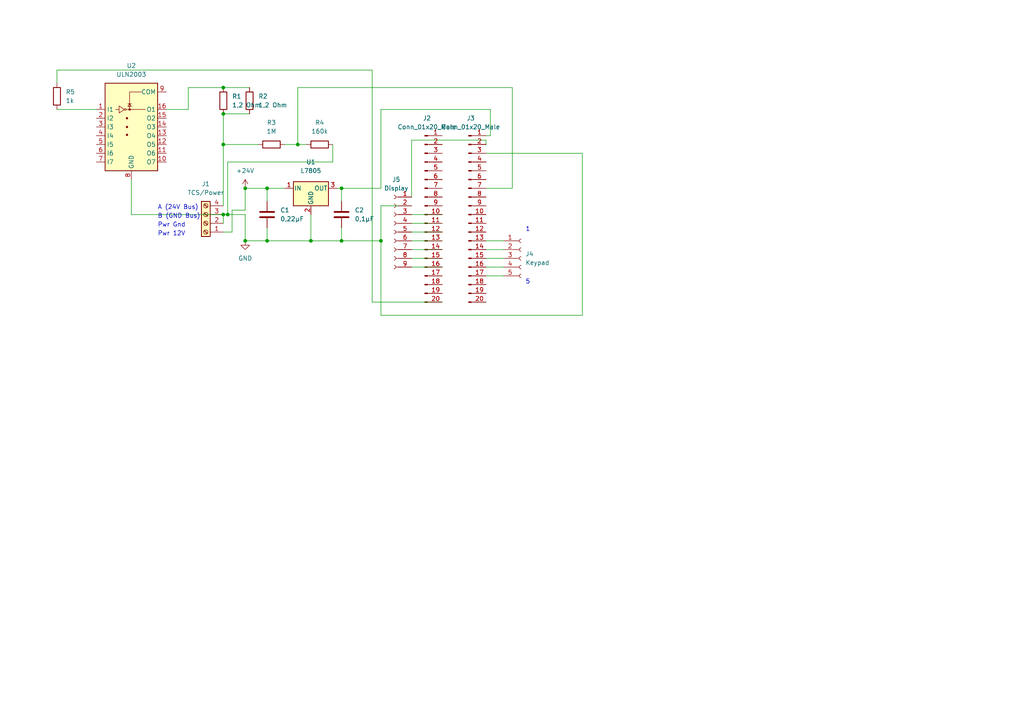
<source format=kicad_sch>
(kicad_sch (version 20211123) (generator eeschema)

  (uuid edcb1de5-d292-429a-a863-131d19b76a56)

  (paper "A4")

  (lib_symbols
    (symbol "Connector:Conn_01x05_Female" (pin_names (offset 1.016) hide) (in_bom yes) (on_board yes)
      (property "Reference" "J" (id 0) (at 0 7.62 0)
        (effects (font (size 1.27 1.27)))
      )
      (property "Value" "Conn_01x05_Female" (id 1) (at 0 -7.62 0)
        (effects (font (size 1.27 1.27)))
      )
      (property "Footprint" "" (id 2) (at 0 0 0)
        (effects (font (size 1.27 1.27)) hide)
      )
      (property "Datasheet" "~" (id 3) (at 0 0 0)
        (effects (font (size 1.27 1.27)) hide)
      )
      (property "ki_keywords" "connector" (id 4) (at 0 0 0)
        (effects (font (size 1.27 1.27)) hide)
      )
      (property "ki_description" "Generic connector, single row, 01x05, script generated (kicad-library-utils/schlib/autogen/connector/)" (id 5) (at 0 0 0)
        (effects (font (size 1.27 1.27)) hide)
      )
      (property "ki_fp_filters" "Connector*:*_1x??_*" (id 6) (at 0 0 0)
        (effects (font (size 1.27 1.27)) hide)
      )
      (symbol "Conn_01x05_Female_1_1"
        (arc (start 0 -4.572) (mid -0.508 -5.08) (end 0 -5.588)
          (stroke (width 0.1524) (type default) (color 0 0 0 0))
          (fill (type none))
        )
        (arc (start 0 -2.032) (mid -0.508 -2.54) (end 0 -3.048)
          (stroke (width 0.1524) (type default) (color 0 0 0 0))
          (fill (type none))
        )
        (polyline
          (pts
            (xy -1.27 -5.08)
            (xy -0.508 -5.08)
          )
          (stroke (width 0.1524) (type default) (color 0 0 0 0))
          (fill (type none))
        )
        (polyline
          (pts
            (xy -1.27 -2.54)
            (xy -0.508 -2.54)
          )
          (stroke (width 0.1524) (type default) (color 0 0 0 0))
          (fill (type none))
        )
        (polyline
          (pts
            (xy -1.27 0)
            (xy -0.508 0)
          )
          (stroke (width 0.1524) (type default) (color 0 0 0 0))
          (fill (type none))
        )
        (polyline
          (pts
            (xy -1.27 2.54)
            (xy -0.508 2.54)
          )
          (stroke (width 0.1524) (type default) (color 0 0 0 0))
          (fill (type none))
        )
        (polyline
          (pts
            (xy -1.27 5.08)
            (xy -0.508 5.08)
          )
          (stroke (width 0.1524) (type default) (color 0 0 0 0))
          (fill (type none))
        )
        (arc (start 0 0.508) (mid -0.508 0) (end 0 -0.508)
          (stroke (width 0.1524) (type default) (color 0 0 0 0))
          (fill (type none))
        )
        (arc (start 0 3.048) (mid -0.508 2.54) (end 0 2.032)
          (stroke (width 0.1524) (type default) (color 0 0 0 0))
          (fill (type none))
        )
        (arc (start 0 5.588) (mid -0.508 5.08) (end 0 4.572)
          (stroke (width 0.1524) (type default) (color 0 0 0 0))
          (fill (type none))
        )
        (pin passive line (at -5.08 5.08 0) (length 3.81)
          (name "Pin_1" (effects (font (size 1.27 1.27))))
          (number "1" (effects (font (size 1.27 1.27))))
        )
        (pin passive line (at -5.08 2.54 0) (length 3.81)
          (name "Pin_2" (effects (font (size 1.27 1.27))))
          (number "2" (effects (font (size 1.27 1.27))))
        )
        (pin passive line (at -5.08 0 0) (length 3.81)
          (name "Pin_3" (effects (font (size 1.27 1.27))))
          (number "3" (effects (font (size 1.27 1.27))))
        )
        (pin passive line (at -5.08 -2.54 0) (length 3.81)
          (name "Pin_4" (effects (font (size 1.27 1.27))))
          (number "4" (effects (font (size 1.27 1.27))))
        )
        (pin passive line (at -5.08 -5.08 0) (length 3.81)
          (name "Pin_5" (effects (font (size 1.27 1.27))))
          (number "5" (effects (font (size 1.27 1.27))))
        )
      )
    )
    (symbol "Connector:Conn_01x09_Female" (pin_names (offset 1.016) hide) (in_bom yes) (on_board yes)
      (property "Reference" "J" (id 0) (at 0 12.7 0)
        (effects (font (size 1.27 1.27)))
      )
      (property "Value" "Conn_01x09_Female" (id 1) (at 0 -12.7 0)
        (effects (font (size 1.27 1.27)))
      )
      (property "Footprint" "" (id 2) (at 0 0 0)
        (effects (font (size 1.27 1.27)) hide)
      )
      (property "Datasheet" "~" (id 3) (at 0 0 0)
        (effects (font (size 1.27 1.27)) hide)
      )
      (property "ki_keywords" "connector" (id 4) (at 0 0 0)
        (effects (font (size 1.27 1.27)) hide)
      )
      (property "ki_description" "Generic connector, single row, 01x09, script generated (kicad-library-utils/schlib/autogen/connector/)" (id 5) (at 0 0 0)
        (effects (font (size 1.27 1.27)) hide)
      )
      (property "ki_fp_filters" "Connector*:*_1x??_*" (id 6) (at 0 0 0)
        (effects (font (size 1.27 1.27)) hide)
      )
      (symbol "Conn_01x09_Female_1_1"
        (arc (start 0 -9.652) (mid -0.508 -10.16) (end 0 -10.668)
          (stroke (width 0.1524) (type default) (color 0 0 0 0))
          (fill (type none))
        )
        (arc (start 0 -7.112) (mid -0.508 -7.62) (end 0 -8.128)
          (stroke (width 0.1524) (type default) (color 0 0 0 0))
          (fill (type none))
        )
        (arc (start 0 -4.572) (mid -0.508 -5.08) (end 0 -5.588)
          (stroke (width 0.1524) (type default) (color 0 0 0 0))
          (fill (type none))
        )
        (arc (start 0 -2.032) (mid -0.508 -2.54) (end 0 -3.048)
          (stroke (width 0.1524) (type default) (color 0 0 0 0))
          (fill (type none))
        )
        (polyline
          (pts
            (xy -1.27 -10.16)
            (xy -0.508 -10.16)
          )
          (stroke (width 0.1524) (type default) (color 0 0 0 0))
          (fill (type none))
        )
        (polyline
          (pts
            (xy -1.27 -7.62)
            (xy -0.508 -7.62)
          )
          (stroke (width 0.1524) (type default) (color 0 0 0 0))
          (fill (type none))
        )
        (polyline
          (pts
            (xy -1.27 -5.08)
            (xy -0.508 -5.08)
          )
          (stroke (width 0.1524) (type default) (color 0 0 0 0))
          (fill (type none))
        )
        (polyline
          (pts
            (xy -1.27 -2.54)
            (xy -0.508 -2.54)
          )
          (stroke (width 0.1524) (type default) (color 0 0 0 0))
          (fill (type none))
        )
        (polyline
          (pts
            (xy -1.27 0)
            (xy -0.508 0)
          )
          (stroke (width 0.1524) (type default) (color 0 0 0 0))
          (fill (type none))
        )
        (polyline
          (pts
            (xy -1.27 2.54)
            (xy -0.508 2.54)
          )
          (stroke (width 0.1524) (type default) (color 0 0 0 0))
          (fill (type none))
        )
        (polyline
          (pts
            (xy -1.27 5.08)
            (xy -0.508 5.08)
          )
          (stroke (width 0.1524) (type default) (color 0 0 0 0))
          (fill (type none))
        )
        (polyline
          (pts
            (xy -1.27 7.62)
            (xy -0.508 7.62)
          )
          (stroke (width 0.1524) (type default) (color 0 0 0 0))
          (fill (type none))
        )
        (polyline
          (pts
            (xy -1.27 10.16)
            (xy -0.508 10.16)
          )
          (stroke (width 0.1524) (type default) (color 0 0 0 0))
          (fill (type none))
        )
        (arc (start 0 0.508) (mid -0.508 0) (end 0 -0.508)
          (stroke (width 0.1524) (type default) (color 0 0 0 0))
          (fill (type none))
        )
        (arc (start 0 3.048) (mid -0.508 2.54) (end 0 2.032)
          (stroke (width 0.1524) (type default) (color 0 0 0 0))
          (fill (type none))
        )
        (arc (start 0 5.588) (mid -0.508 5.08) (end 0 4.572)
          (stroke (width 0.1524) (type default) (color 0 0 0 0))
          (fill (type none))
        )
        (arc (start 0 8.128) (mid -0.508 7.62) (end 0 7.112)
          (stroke (width 0.1524) (type default) (color 0 0 0 0))
          (fill (type none))
        )
        (arc (start 0 10.668) (mid -0.508 10.16) (end 0 9.652)
          (stroke (width 0.1524) (type default) (color 0 0 0 0))
          (fill (type none))
        )
        (pin passive line (at -5.08 10.16 0) (length 3.81)
          (name "Pin_1" (effects (font (size 1.27 1.27))))
          (number "1" (effects (font (size 1.27 1.27))))
        )
        (pin passive line (at -5.08 7.62 0) (length 3.81)
          (name "Pin_2" (effects (font (size 1.27 1.27))))
          (number "2" (effects (font (size 1.27 1.27))))
        )
        (pin passive line (at -5.08 5.08 0) (length 3.81)
          (name "Pin_3" (effects (font (size 1.27 1.27))))
          (number "3" (effects (font (size 1.27 1.27))))
        )
        (pin passive line (at -5.08 2.54 0) (length 3.81)
          (name "Pin_4" (effects (font (size 1.27 1.27))))
          (number "4" (effects (font (size 1.27 1.27))))
        )
        (pin passive line (at -5.08 0 0) (length 3.81)
          (name "Pin_5" (effects (font (size 1.27 1.27))))
          (number "5" (effects (font (size 1.27 1.27))))
        )
        (pin passive line (at -5.08 -2.54 0) (length 3.81)
          (name "Pin_6" (effects (font (size 1.27 1.27))))
          (number "6" (effects (font (size 1.27 1.27))))
        )
        (pin passive line (at -5.08 -5.08 0) (length 3.81)
          (name "Pin_7" (effects (font (size 1.27 1.27))))
          (number "7" (effects (font (size 1.27 1.27))))
        )
        (pin passive line (at -5.08 -7.62 0) (length 3.81)
          (name "Pin_8" (effects (font (size 1.27 1.27))))
          (number "8" (effects (font (size 1.27 1.27))))
        )
        (pin passive line (at -5.08 -10.16 0) (length 3.81)
          (name "Pin_9" (effects (font (size 1.27 1.27))))
          (number "9" (effects (font (size 1.27 1.27))))
        )
      )
    )
    (symbol "Connector:Conn_01x20_Male" (pin_names (offset 1.016) hide) (in_bom yes) (on_board yes)
      (property "Reference" "J" (id 0) (at 0 25.4 0)
        (effects (font (size 1.27 1.27)))
      )
      (property "Value" "Conn_01x20_Male" (id 1) (at 0 -27.94 0)
        (effects (font (size 1.27 1.27)))
      )
      (property "Footprint" "" (id 2) (at 0 0 0)
        (effects (font (size 1.27 1.27)) hide)
      )
      (property "Datasheet" "~" (id 3) (at 0 0 0)
        (effects (font (size 1.27 1.27)) hide)
      )
      (property "ki_keywords" "connector" (id 4) (at 0 0 0)
        (effects (font (size 1.27 1.27)) hide)
      )
      (property "ki_description" "Generic connector, single row, 01x20, script generated (kicad-library-utils/schlib/autogen/connector/)" (id 5) (at 0 0 0)
        (effects (font (size 1.27 1.27)) hide)
      )
      (property "ki_fp_filters" "Connector*:*_1x??_*" (id 6) (at 0 0 0)
        (effects (font (size 1.27 1.27)) hide)
      )
      (symbol "Conn_01x20_Male_1_1"
        (polyline
          (pts
            (xy 1.27 -25.4)
            (xy 0.8636 -25.4)
          )
          (stroke (width 0.1524) (type default) (color 0 0 0 0))
          (fill (type none))
        )
        (polyline
          (pts
            (xy 1.27 -22.86)
            (xy 0.8636 -22.86)
          )
          (stroke (width 0.1524) (type default) (color 0 0 0 0))
          (fill (type none))
        )
        (polyline
          (pts
            (xy 1.27 -20.32)
            (xy 0.8636 -20.32)
          )
          (stroke (width 0.1524) (type default) (color 0 0 0 0))
          (fill (type none))
        )
        (polyline
          (pts
            (xy 1.27 -17.78)
            (xy 0.8636 -17.78)
          )
          (stroke (width 0.1524) (type default) (color 0 0 0 0))
          (fill (type none))
        )
        (polyline
          (pts
            (xy 1.27 -15.24)
            (xy 0.8636 -15.24)
          )
          (stroke (width 0.1524) (type default) (color 0 0 0 0))
          (fill (type none))
        )
        (polyline
          (pts
            (xy 1.27 -12.7)
            (xy 0.8636 -12.7)
          )
          (stroke (width 0.1524) (type default) (color 0 0 0 0))
          (fill (type none))
        )
        (polyline
          (pts
            (xy 1.27 -10.16)
            (xy 0.8636 -10.16)
          )
          (stroke (width 0.1524) (type default) (color 0 0 0 0))
          (fill (type none))
        )
        (polyline
          (pts
            (xy 1.27 -7.62)
            (xy 0.8636 -7.62)
          )
          (stroke (width 0.1524) (type default) (color 0 0 0 0))
          (fill (type none))
        )
        (polyline
          (pts
            (xy 1.27 -5.08)
            (xy 0.8636 -5.08)
          )
          (stroke (width 0.1524) (type default) (color 0 0 0 0))
          (fill (type none))
        )
        (polyline
          (pts
            (xy 1.27 -2.54)
            (xy 0.8636 -2.54)
          )
          (stroke (width 0.1524) (type default) (color 0 0 0 0))
          (fill (type none))
        )
        (polyline
          (pts
            (xy 1.27 0)
            (xy 0.8636 0)
          )
          (stroke (width 0.1524) (type default) (color 0 0 0 0))
          (fill (type none))
        )
        (polyline
          (pts
            (xy 1.27 2.54)
            (xy 0.8636 2.54)
          )
          (stroke (width 0.1524) (type default) (color 0 0 0 0))
          (fill (type none))
        )
        (polyline
          (pts
            (xy 1.27 5.08)
            (xy 0.8636 5.08)
          )
          (stroke (width 0.1524) (type default) (color 0 0 0 0))
          (fill (type none))
        )
        (polyline
          (pts
            (xy 1.27 7.62)
            (xy 0.8636 7.62)
          )
          (stroke (width 0.1524) (type default) (color 0 0 0 0))
          (fill (type none))
        )
        (polyline
          (pts
            (xy 1.27 10.16)
            (xy 0.8636 10.16)
          )
          (stroke (width 0.1524) (type default) (color 0 0 0 0))
          (fill (type none))
        )
        (polyline
          (pts
            (xy 1.27 12.7)
            (xy 0.8636 12.7)
          )
          (stroke (width 0.1524) (type default) (color 0 0 0 0))
          (fill (type none))
        )
        (polyline
          (pts
            (xy 1.27 15.24)
            (xy 0.8636 15.24)
          )
          (stroke (width 0.1524) (type default) (color 0 0 0 0))
          (fill (type none))
        )
        (polyline
          (pts
            (xy 1.27 17.78)
            (xy 0.8636 17.78)
          )
          (stroke (width 0.1524) (type default) (color 0 0 0 0))
          (fill (type none))
        )
        (polyline
          (pts
            (xy 1.27 20.32)
            (xy 0.8636 20.32)
          )
          (stroke (width 0.1524) (type default) (color 0 0 0 0))
          (fill (type none))
        )
        (polyline
          (pts
            (xy 1.27 22.86)
            (xy 0.8636 22.86)
          )
          (stroke (width 0.1524) (type default) (color 0 0 0 0))
          (fill (type none))
        )
        (rectangle (start 0.8636 -25.273) (end 0 -25.527)
          (stroke (width 0.1524) (type default) (color 0 0 0 0))
          (fill (type outline))
        )
        (rectangle (start 0.8636 -22.733) (end 0 -22.987)
          (stroke (width 0.1524) (type default) (color 0 0 0 0))
          (fill (type outline))
        )
        (rectangle (start 0.8636 -20.193) (end 0 -20.447)
          (stroke (width 0.1524) (type default) (color 0 0 0 0))
          (fill (type outline))
        )
        (rectangle (start 0.8636 -17.653) (end 0 -17.907)
          (stroke (width 0.1524) (type default) (color 0 0 0 0))
          (fill (type outline))
        )
        (rectangle (start 0.8636 -15.113) (end 0 -15.367)
          (stroke (width 0.1524) (type default) (color 0 0 0 0))
          (fill (type outline))
        )
        (rectangle (start 0.8636 -12.573) (end 0 -12.827)
          (stroke (width 0.1524) (type default) (color 0 0 0 0))
          (fill (type outline))
        )
        (rectangle (start 0.8636 -10.033) (end 0 -10.287)
          (stroke (width 0.1524) (type default) (color 0 0 0 0))
          (fill (type outline))
        )
        (rectangle (start 0.8636 -7.493) (end 0 -7.747)
          (stroke (width 0.1524) (type default) (color 0 0 0 0))
          (fill (type outline))
        )
        (rectangle (start 0.8636 -4.953) (end 0 -5.207)
          (stroke (width 0.1524) (type default) (color 0 0 0 0))
          (fill (type outline))
        )
        (rectangle (start 0.8636 -2.413) (end 0 -2.667)
          (stroke (width 0.1524) (type default) (color 0 0 0 0))
          (fill (type outline))
        )
        (rectangle (start 0.8636 0.127) (end 0 -0.127)
          (stroke (width 0.1524) (type default) (color 0 0 0 0))
          (fill (type outline))
        )
        (rectangle (start 0.8636 2.667) (end 0 2.413)
          (stroke (width 0.1524) (type default) (color 0 0 0 0))
          (fill (type outline))
        )
        (rectangle (start 0.8636 5.207) (end 0 4.953)
          (stroke (width 0.1524) (type default) (color 0 0 0 0))
          (fill (type outline))
        )
        (rectangle (start 0.8636 7.747) (end 0 7.493)
          (stroke (width 0.1524) (type default) (color 0 0 0 0))
          (fill (type outline))
        )
        (rectangle (start 0.8636 10.287) (end 0 10.033)
          (stroke (width 0.1524) (type default) (color 0 0 0 0))
          (fill (type outline))
        )
        (rectangle (start 0.8636 12.827) (end 0 12.573)
          (stroke (width 0.1524) (type default) (color 0 0 0 0))
          (fill (type outline))
        )
        (rectangle (start 0.8636 15.367) (end 0 15.113)
          (stroke (width 0.1524) (type default) (color 0 0 0 0))
          (fill (type outline))
        )
        (rectangle (start 0.8636 17.907) (end 0 17.653)
          (stroke (width 0.1524) (type default) (color 0 0 0 0))
          (fill (type outline))
        )
        (rectangle (start 0.8636 20.447) (end 0 20.193)
          (stroke (width 0.1524) (type default) (color 0 0 0 0))
          (fill (type outline))
        )
        (rectangle (start 0.8636 22.987) (end 0 22.733)
          (stroke (width 0.1524) (type default) (color 0 0 0 0))
          (fill (type outline))
        )
        (pin passive line (at 5.08 22.86 180) (length 3.81)
          (name "Pin_1" (effects (font (size 1.27 1.27))))
          (number "1" (effects (font (size 1.27 1.27))))
        )
        (pin passive line (at 5.08 0 180) (length 3.81)
          (name "Pin_10" (effects (font (size 1.27 1.27))))
          (number "10" (effects (font (size 1.27 1.27))))
        )
        (pin passive line (at 5.08 -2.54 180) (length 3.81)
          (name "Pin_11" (effects (font (size 1.27 1.27))))
          (number "11" (effects (font (size 1.27 1.27))))
        )
        (pin passive line (at 5.08 -5.08 180) (length 3.81)
          (name "Pin_12" (effects (font (size 1.27 1.27))))
          (number "12" (effects (font (size 1.27 1.27))))
        )
        (pin passive line (at 5.08 -7.62 180) (length 3.81)
          (name "Pin_13" (effects (font (size 1.27 1.27))))
          (number "13" (effects (font (size 1.27 1.27))))
        )
        (pin passive line (at 5.08 -10.16 180) (length 3.81)
          (name "Pin_14" (effects (font (size 1.27 1.27))))
          (number "14" (effects (font (size 1.27 1.27))))
        )
        (pin passive line (at 5.08 -12.7 180) (length 3.81)
          (name "Pin_15" (effects (font (size 1.27 1.27))))
          (number "15" (effects (font (size 1.27 1.27))))
        )
        (pin passive line (at 5.08 -15.24 180) (length 3.81)
          (name "Pin_16" (effects (font (size 1.27 1.27))))
          (number "16" (effects (font (size 1.27 1.27))))
        )
        (pin passive line (at 5.08 -17.78 180) (length 3.81)
          (name "Pin_17" (effects (font (size 1.27 1.27))))
          (number "17" (effects (font (size 1.27 1.27))))
        )
        (pin passive line (at 5.08 -20.32 180) (length 3.81)
          (name "Pin_18" (effects (font (size 1.27 1.27))))
          (number "18" (effects (font (size 1.27 1.27))))
        )
        (pin passive line (at 5.08 -22.86 180) (length 3.81)
          (name "Pin_19" (effects (font (size 1.27 1.27))))
          (number "19" (effects (font (size 1.27 1.27))))
        )
        (pin passive line (at 5.08 20.32 180) (length 3.81)
          (name "Pin_2" (effects (font (size 1.27 1.27))))
          (number "2" (effects (font (size 1.27 1.27))))
        )
        (pin passive line (at 5.08 -25.4 180) (length 3.81)
          (name "Pin_20" (effects (font (size 1.27 1.27))))
          (number "20" (effects (font (size 1.27 1.27))))
        )
        (pin passive line (at 5.08 17.78 180) (length 3.81)
          (name "Pin_3" (effects (font (size 1.27 1.27))))
          (number "3" (effects (font (size 1.27 1.27))))
        )
        (pin passive line (at 5.08 15.24 180) (length 3.81)
          (name "Pin_4" (effects (font (size 1.27 1.27))))
          (number "4" (effects (font (size 1.27 1.27))))
        )
        (pin passive line (at 5.08 12.7 180) (length 3.81)
          (name "Pin_5" (effects (font (size 1.27 1.27))))
          (number "5" (effects (font (size 1.27 1.27))))
        )
        (pin passive line (at 5.08 10.16 180) (length 3.81)
          (name "Pin_6" (effects (font (size 1.27 1.27))))
          (number "6" (effects (font (size 1.27 1.27))))
        )
        (pin passive line (at 5.08 7.62 180) (length 3.81)
          (name "Pin_7" (effects (font (size 1.27 1.27))))
          (number "7" (effects (font (size 1.27 1.27))))
        )
        (pin passive line (at 5.08 5.08 180) (length 3.81)
          (name "Pin_8" (effects (font (size 1.27 1.27))))
          (number "8" (effects (font (size 1.27 1.27))))
        )
        (pin passive line (at 5.08 2.54 180) (length 3.81)
          (name "Pin_9" (effects (font (size 1.27 1.27))))
          (number "9" (effects (font (size 1.27 1.27))))
        )
      )
    )
    (symbol "Connector:Screw_Terminal_01x04" (pin_names (offset 1.016) hide) (in_bom yes) (on_board yes)
      (property "Reference" "J" (id 0) (at 0 5.08 0)
        (effects (font (size 1.27 1.27)))
      )
      (property "Value" "Screw_Terminal_01x04" (id 1) (at 0 -7.62 0)
        (effects (font (size 1.27 1.27)))
      )
      (property "Footprint" "" (id 2) (at 0 0 0)
        (effects (font (size 1.27 1.27)) hide)
      )
      (property "Datasheet" "~" (id 3) (at 0 0 0)
        (effects (font (size 1.27 1.27)) hide)
      )
      (property "ki_keywords" "screw terminal" (id 4) (at 0 0 0)
        (effects (font (size 1.27 1.27)) hide)
      )
      (property "ki_description" "Generic screw terminal, single row, 01x04, script generated (kicad-library-utils/schlib/autogen/connector/)" (id 5) (at 0 0 0)
        (effects (font (size 1.27 1.27)) hide)
      )
      (property "ki_fp_filters" "TerminalBlock*:*" (id 6) (at 0 0 0)
        (effects (font (size 1.27 1.27)) hide)
      )
      (symbol "Screw_Terminal_01x04_1_1"
        (rectangle (start -1.27 3.81) (end 1.27 -6.35)
          (stroke (width 0.254) (type default) (color 0 0 0 0))
          (fill (type background))
        )
        (circle (center 0 -5.08) (radius 0.635)
          (stroke (width 0.1524) (type default) (color 0 0 0 0))
          (fill (type none))
        )
        (circle (center 0 -2.54) (radius 0.635)
          (stroke (width 0.1524) (type default) (color 0 0 0 0))
          (fill (type none))
        )
        (polyline
          (pts
            (xy -0.5334 -4.7498)
            (xy 0.3302 -5.588)
          )
          (stroke (width 0.1524) (type default) (color 0 0 0 0))
          (fill (type none))
        )
        (polyline
          (pts
            (xy -0.5334 -2.2098)
            (xy 0.3302 -3.048)
          )
          (stroke (width 0.1524) (type default) (color 0 0 0 0))
          (fill (type none))
        )
        (polyline
          (pts
            (xy -0.5334 0.3302)
            (xy 0.3302 -0.508)
          )
          (stroke (width 0.1524) (type default) (color 0 0 0 0))
          (fill (type none))
        )
        (polyline
          (pts
            (xy -0.5334 2.8702)
            (xy 0.3302 2.032)
          )
          (stroke (width 0.1524) (type default) (color 0 0 0 0))
          (fill (type none))
        )
        (polyline
          (pts
            (xy -0.3556 -4.572)
            (xy 0.508 -5.4102)
          )
          (stroke (width 0.1524) (type default) (color 0 0 0 0))
          (fill (type none))
        )
        (polyline
          (pts
            (xy -0.3556 -2.032)
            (xy 0.508 -2.8702)
          )
          (stroke (width 0.1524) (type default) (color 0 0 0 0))
          (fill (type none))
        )
        (polyline
          (pts
            (xy -0.3556 0.508)
            (xy 0.508 -0.3302)
          )
          (stroke (width 0.1524) (type default) (color 0 0 0 0))
          (fill (type none))
        )
        (polyline
          (pts
            (xy -0.3556 3.048)
            (xy 0.508 2.2098)
          )
          (stroke (width 0.1524) (type default) (color 0 0 0 0))
          (fill (type none))
        )
        (circle (center 0 0) (radius 0.635)
          (stroke (width 0.1524) (type default) (color 0 0 0 0))
          (fill (type none))
        )
        (circle (center 0 2.54) (radius 0.635)
          (stroke (width 0.1524) (type default) (color 0 0 0 0))
          (fill (type none))
        )
        (pin passive line (at -5.08 2.54 0) (length 3.81)
          (name "Pin_1" (effects (font (size 1.27 1.27))))
          (number "1" (effects (font (size 1.27 1.27))))
        )
        (pin passive line (at -5.08 0 0) (length 3.81)
          (name "Pin_2" (effects (font (size 1.27 1.27))))
          (number "2" (effects (font (size 1.27 1.27))))
        )
        (pin passive line (at -5.08 -2.54 0) (length 3.81)
          (name "Pin_3" (effects (font (size 1.27 1.27))))
          (number "3" (effects (font (size 1.27 1.27))))
        )
        (pin passive line (at -5.08 -5.08 0) (length 3.81)
          (name "Pin_4" (effects (font (size 1.27 1.27))))
          (number "4" (effects (font (size 1.27 1.27))))
        )
      )
    )
    (symbol "Device:C" (pin_numbers hide) (pin_names (offset 0.254)) (in_bom yes) (on_board yes)
      (property "Reference" "C" (id 0) (at 0.635 2.54 0)
        (effects (font (size 1.27 1.27)) (justify left))
      )
      (property "Value" "C" (id 1) (at 0.635 -2.54 0)
        (effects (font (size 1.27 1.27)) (justify left))
      )
      (property "Footprint" "" (id 2) (at 0.9652 -3.81 0)
        (effects (font (size 1.27 1.27)) hide)
      )
      (property "Datasheet" "~" (id 3) (at 0 0 0)
        (effects (font (size 1.27 1.27)) hide)
      )
      (property "ki_keywords" "cap capacitor" (id 4) (at 0 0 0)
        (effects (font (size 1.27 1.27)) hide)
      )
      (property "ki_description" "Unpolarized capacitor" (id 5) (at 0 0 0)
        (effects (font (size 1.27 1.27)) hide)
      )
      (property "ki_fp_filters" "C_*" (id 6) (at 0 0 0)
        (effects (font (size 1.27 1.27)) hide)
      )
      (symbol "C_0_1"
        (polyline
          (pts
            (xy -2.032 -0.762)
            (xy 2.032 -0.762)
          )
          (stroke (width 0.508) (type default) (color 0 0 0 0))
          (fill (type none))
        )
        (polyline
          (pts
            (xy -2.032 0.762)
            (xy 2.032 0.762)
          )
          (stroke (width 0.508) (type default) (color 0 0 0 0))
          (fill (type none))
        )
      )
      (symbol "C_1_1"
        (pin passive line (at 0 3.81 270) (length 2.794)
          (name "~" (effects (font (size 1.27 1.27))))
          (number "1" (effects (font (size 1.27 1.27))))
        )
        (pin passive line (at 0 -3.81 90) (length 2.794)
          (name "~" (effects (font (size 1.27 1.27))))
          (number "2" (effects (font (size 1.27 1.27))))
        )
      )
    )
    (symbol "Device:R" (pin_numbers hide) (pin_names (offset 0)) (in_bom yes) (on_board yes)
      (property "Reference" "R" (id 0) (at 2.032 0 90)
        (effects (font (size 1.27 1.27)))
      )
      (property "Value" "R" (id 1) (at 0 0 90)
        (effects (font (size 1.27 1.27)))
      )
      (property "Footprint" "" (id 2) (at -1.778 0 90)
        (effects (font (size 1.27 1.27)) hide)
      )
      (property "Datasheet" "~" (id 3) (at 0 0 0)
        (effects (font (size 1.27 1.27)) hide)
      )
      (property "ki_keywords" "R res resistor" (id 4) (at 0 0 0)
        (effects (font (size 1.27 1.27)) hide)
      )
      (property "ki_description" "Resistor" (id 5) (at 0 0 0)
        (effects (font (size 1.27 1.27)) hide)
      )
      (property "ki_fp_filters" "R_*" (id 6) (at 0 0 0)
        (effects (font (size 1.27 1.27)) hide)
      )
      (symbol "R_0_1"
        (rectangle (start -1.016 -2.54) (end 1.016 2.54)
          (stroke (width 0.254) (type default) (color 0 0 0 0))
          (fill (type none))
        )
      )
      (symbol "R_1_1"
        (pin passive line (at 0 3.81 270) (length 1.27)
          (name "~" (effects (font (size 1.27 1.27))))
          (number "1" (effects (font (size 1.27 1.27))))
        )
        (pin passive line (at 0 -3.81 90) (length 1.27)
          (name "~" (effects (font (size 1.27 1.27))))
          (number "2" (effects (font (size 1.27 1.27))))
        )
      )
    )
    (symbol "Regulator_Linear:L7805" (pin_names (offset 0.254)) (in_bom yes) (on_board yes)
      (property "Reference" "U" (id 0) (at -3.81 3.175 0)
        (effects (font (size 1.27 1.27)))
      )
      (property "Value" "L7805" (id 1) (at 0 3.175 0)
        (effects (font (size 1.27 1.27)) (justify left))
      )
      (property "Footprint" "" (id 2) (at 0.635 -3.81 0)
        (effects (font (size 1.27 1.27) italic) (justify left) hide)
      )
      (property "Datasheet" "http://www.st.com/content/ccc/resource/technical/document/datasheet/41/4f/b3/b0/12/d4/47/88/CD00000444.pdf/files/CD00000444.pdf/jcr:content/translations/en.CD00000444.pdf" (id 3) (at 0 -1.27 0)
        (effects (font (size 1.27 1.27)) hide)
      )
      (property "ki_keywords" "Voltage Regulator 1.5A Positive" (id 4) (at 0 0 0)
        (effects (font (size 1.27 1.27)) hide)
      )
      (property "ki_description" "Positive 1.5A 35V Linear Regulator, Fixed Output 5V, TO-220/TO-263/TO-252" (id 5) (at 0 0 0)
        (effects (font (size 1.27 1.27)) hide)
      )
      (property "ki_fp_filters" "TO?252* TO?263* TO?220*" (id 6) (at 0 0 0)
        (effects (font (size 1.27 1.27)) hide)
      )
      (symbol "L7805_0_1"
        (rectangle (start -5.08 1.905) (end 5.08 -5.08)
          (stroke (width 0.254) (type default) (color 0 0 0 0))
          (fill (type background))
        )
      )
      (symbol "L7805_1_1"
        (pin power_in line (at -7.62 0 0) (length 2.54)
          (name "IN" (effects (font (size 1.27 1.27))))
          (number "1" (effects (font (size 1.27 1.27))))
        )
        (pin power_in line (at 0 -7.62 90) (length 2.54)
          (name "GND" (effects (font (size 1.27 1.27))))
          (number "2" (effects (font (size 1.27 1.27))))
        )
        (pin power_out line (at 7.62 0 180) (length 2.54)
          (name "OUT" (effects (font (size 1.27 1.27))))
          (number "3" (effects (font (size 1.27 1.27))))
        )
      )
    )
    (symbol "Transistor_Array:ULN2003" (in_bom yes) (on_board yes)
      (property "Reference" "U" (id 0) (at 0 15.875 0)
        (effects (font (size 1.27 1.27)))
      )
      (property "Value" "ULN2003" (id 1) (at 0 13.97 0)
        (effects (font (size 1.27 1.27)))
      )
      (property "Footprint" "" (id 2) (at 1.27 -13.97 0)
        (effects (font (size 1.27 1.27)) (justify left) hide)
      )
      (property "Datasheet" "http://www.ti.com/lit/ds/symlink/uln2003a.pdf" (id 3) (at 2.54 -5.08 0)
        (effects (font (size 1.27 1.27)) hide)
      )
      (property "ki_keywords" "darlington transistor array" (id 4) (at 0 0 0)
        (effects (font (size 1.27 1.27)) hide)
      )
      (property "ki_description" "High Voltage, High Current Darlington Transistor Arrays, SOIC16/SOIC16W/DIP16/TSSOP16" (id 5) (at 0 0 0)
        (effects (font (size 1.27 1.27)) hide)
      )
      (property "ki_fp_filters" "DIP*W7.62mm* SOIC*3.9x9.9mm*P1.27mm* SSOP*4.4x5.2mm*P0.65mm* TSSOP*4.4x5mm*P0.65mm* SOIC*W*5.3x10.2mm*P1.27mm*" (id 6) (at 0 0 0)
        (effects (font (size 1.27 1.27)) hide)
      )
      (symbol "ULN2003_0_1"
        (rectangle (start -7.62 -12.7) (end 7.62 12.7)
          (stroke (width 0.254) (type default) (color 0 0 0 0))
          (fill (type background))
        )
        (circle (center -1.778 5.08) (radius 0.254)
          (stroke (width 0) (type default) (color 0 0 0 0))
          (fill (type none))
        )
        (circle (center -1.27 -2.286) (radius 0.254)
          (stroke (width 0) (type default) (color 0 0 0 0))
          (fill (type outline))
        )
        (circle (center -1.27 0) (radius 0.254)
          (stroke (width 0) (type default) (color 0 0 0 0))
          (fill (type outline))
        )
        (circle (center -1.27 2.54) (radius 0.254)
          (stroke (width 0) (type default) (color 0 0 0 0))
          (fill (type outline))
        )
        (circle (center -0.508 5.08) (radius 0.254)
          (stroke (width 0) (type default) (color 0 0 0 0))
          (fill (type outline))
        )
        (polyline
          (pts
            (xy -4.572 5.08)
            (xy -3.556 5.08)
          )
          (stroke (width 0) (type default) (color 0 0 0 0))
          (fill (type none))
        )
        (polyline
          (pts
            (xy -1.524 5.08)
            (xy 4.064 5.08)
          )
          (stroke (width 0) (type default) (color 0 0 0 0))
          (fill (type none))
        )
        (polyline
          (pts
            (xy 0 6.731)
            (xy -1.016 6.731)
          )
          (stroke (width 0) (type default) (color 0 0 0 0))
          (fill (type none))
        )
        (polyline
          (pts
            (xy -0.508 5.08)
            (xy -0.508 10.16)
            (xy 2.921 10.16)
          )
          (stroke (width 0) (type default) (color 0 0 0 0))
          (fill (type none))
        )
        (polyline
          (pts
            (xy -3.556 6.096)
            (xy -3.556 4.064)
            (xy -2.032 5.08)
            (xy -3.556 6.096)
          )
          (stroke (width 0) (type default) (color 0 0 0 0))
          (fill (type none))
        )
        (polyline
          (pts
            (xy 0 5.969)
            (xy -1.016 5.969)
            (xy -0.508 6.731)
            (xy 0 5.969)
          )
          (stroke (width 0) (type default) (color 0 0 0 0))
          (fill (type none))
        )
      )
      (symbol "ULN2003_1_1"
        (pin input line (at -10.16 5.08 0) (length 2.54)
          (name "I1" (effects (font (size 1.27 1.27))))
          (number "1" (effects (font (size 1.27 1.27))))
        )
        (pin open_collector line (at 10.16 -10.16 180) (length 2.54)
          (name "O7" (effects (font (size 1.27 1.27))))
          (number "10" (effects (font (size 1.27 1.27))))
        )
        (pin open_collector line (at 10.16 -7.62 180) (length 2.54)
          (name "O6" (effects (font (size 1.27 1.27))))
          (number "11" (effects (font (size 1.27 1.27))))
        )
        (pin open_collector line (at 10.16 -5.08 180) (length 2.54)
          (name "O5" (effects (font (size 1.27 1.27))))
          (number "12" (effects (font (size 1.27 1.27))))
        )
        (pin open_collector line (at 10.16 -2.54 180) (length 2.54)
          (name "O4" (effects (font (size 1.27 1.27))))
          (number "13" (effects (font (size 1.27 1.27))))
        )
        (pin open_collector line (at 10.16 0 180) (length 2.54)
          (name "O3" (effects (font (size 1.27 1.27))))
          (number "14" (effects (font (size 1.27 1.27))))
        )
        (pin open_collector line (at 10.16 2.54 180) (length 2.54)
          (name "O2" (effects (font (size 1.27 1.27))))
          (number "15" (effects (font (size 1.27 1.27))))
        )
        (pin open_collector line (at 10.16 5.08 180) (length 2.54)
          (name "O1" (effects (font (size 1.27 1.27))))
          (number "16" (effects (font (size 1.27 1.27))))
        )
        (pin input line (at -10.16 2.54 0) (length 2.54)
          (name "I2" (effects (font (size 1.27 1.27))))
          (number "2" (effects (font (size 1.27 1.27))))
        )
        (pin input line (at -10.16 0 0) (length 2.54)
          (name "I3" (effects (font (size 1.27 1.27))))
          (number "3" (effects (font (size 1.27 1.27))))
        )
        (pin input line (at -10.16 -2.54 0) (length 2.54)
          (name "I4" (effects (font (size 1.27 1.27))))
          (number "4" (effects (font (size 1.27 1.27))))
        )
        (pin input line (at -10.16 -5.08 0) (length 2.54)
          (name "I5" (effects (font (size 1.27 1.27))))
          (number "5" (effects (font (size 1.27 1.27))))
        )
        (pin input line (at -10.16 -7.62 0) (length 2.54)
          (name "I6" (effects (font (size 1.27 1.27))))
          (number "6" (effects (font (size 1.27 1.27))))
        )
        (pin input line (at -10.16 -10.16 0) (length 2.54)
          (name "I7" (effects (font (size 1.27 1.27))))
          (number "7" (effects (font (size 1.27 1.27))))
        )
        (pin power_in line (at 0 -15.24 90) (length 2.54)
          (name "GND" (effects (font (size 1.27 1.27))))
          (number "8" (effects (font (size 1.27 1.27))))
        )
        (pin passive line (at 10.16 10.16 180) (length 2.54)
          (name "COM" (effects (font (size 1.27 1.27))))
          (number "9" (effects (font (size 1.27 1.27))))
        )
      )
    )
    (symbol "power:+24V" (power) (pin_names (offset 0)) (in_bom yes) (on_board yes)
      (property "Reference" "#PWR" (id 0) (at 0 -3.81 0)
        (effects (font (size 1.27 1.27)) hide)
      )
      (property "Value" "+24V" (id 1) (at 0 3.556 0)
        (effects (font (size 1.27 1.27)))
      )
      (property "Footprint" "" (id 2) (at 0 0 0)
        (effects (font (size 1.27 1.27)) hide)
      )
      (property "Datasheet" "" (id 3) (at 0 0 0)
        (effects (font (size 1.27 1.27)) hide)
      )
      (property "ki_keywords" "power-flag" (id 4) (at 0 0 0)
        (effects (font (size 1.27 1.27)) hide)
      )
      (property "ki_description" "Power symbol creates a global label with name \"+24V\"" (id 5) (at 0 0 0)
        (effects (font (size 1.27 1.27)) hide)
      )
      (symbol "+24V_0_1"
        (polyline
          (pts
            (xy -0.762 1.27)
            (xy 0 2.54)
          )
          (stroke (width 0) (type default) (color 0 0 0 0))
          (fill (type none))
        )
        (polyline
          (pts
            (xy 0 0)
            (xy 0 2.54)
          )
          (stroke (width 0) (type default) (color 0 0 0 0))
          (fill (type none))
        )
        (polyline
          (pts
            (xy 0 2.54)
            (xy 0.762 1.27)
          )
          (stroke (width 0) (type default) (color 0 0 0 0))
          (fill (type none))
        )
      )
      (symbol "+24V_1_1"
        (pin power_in line (at 0 0 90) (length 0) hide
          (name "+24V" (effects (font (size 1.27 1.27))))
          (number "1" (effects (font (size 1.27 1.27))))
        )
      )
    )
    (symbol "power:GND" (power) (pin_names (offset 0)) (in_bom yes) (on_board yes)
      (property "Reference" "#PWR" (id 0) (at 0 -6.35 0)
        (effects (font (size 1.27 1.27)) hide)
      )
      (property "Value" "GND" (id 1) (at 0 -3.81 0)
        (effects (font (size 1.27 1.27)))
      )
      (property "Footprint" "" (id 2) (at 0 0 0)
        (effects (font (size 1.27 1.27)) hide)
      )
      (property "Datasheet" "" (id 3) (at 0 0 0)
        (effects (font (size 1.27 1.27)) hide)
      )
      (property "ki_keywords" "power-flag" (id 4) (at 0 0 0)
        (effects (font (size 1.27 1.27)) hide)
      )
      (property "ki_description" "Power symbol creates a global label with name \"GND\" , ground" (id 5) (at 0 0 0)
        (effects (font (size 1.27 1.27)) hide)
      )
      (symbol "GND_0_1"
        (polyline
          (pts
            (xy 0 0)
            (xy 0 -1.27)
            (xy 1.27 -1.27)
            (xy 0 -2.54)
            (xy -1.27 -1.27)
            (xy 0 -1.27)
          )
          (stroke (width 0) (type default) (color 0 0 0 0))
          (fill (type none))
        )
      )
      (symbol "GND_1_1"
        (pin power_in line (at 0 0 270) (length 0) hide
          (name "GND" (effects (font (size 1.27 1.27))))
          (number "1" (effects (font (size 1.27 1.27))))
        )
      )
    )
  )

  (junction (at 86.36 41.91) (diameter 0) (color 0 0 0 0)
    (uuid 06dc767a-e97c-4064-915e-1e7d39e37dbb)
  )
  (junction (at 90.17 69.85) (diameter 0) (color 0 0 0 0)
    (uuid 2453ab01-e4f6-4749-8024-d8e10411f338)
  )
  (junction (at 64.77 25.4) (diameter 0) (color 0 0 0 0)
    (uuid 70efb4f5-69af-48fe-b046-547ab2fc5655)
  )
  (junction (at 71.12 54.61) (diameter 0) (color 0 0 0 0)
    (uuid 8d237dfe-4949-44a4-9c40-e74fe57e1a21)
  )
  (junction (at 99.06 54.61) (diameter 0) (color 0 0 0 0)
    (uuid 8d52c249-b889-49ab-9e44-09a048c74589)
  )
  (junction (at 71.12 69.85) (diameter 0) (color 0 0 0 0)
    (uuid 9297f86c-81ea-4ee2-a864-fd4da16dc094)
  )
  (junction (at 77.47 69.85) (diameter 0) (color 0 0 0 0)
    (uuid 97a9ae37-63f9-4707-b802-221808dcb939)
  )
  (junction (at 64.77 33.02) (diameter 0) (color 0 0 0 0)
    (uuid 97fe93b2-736b-4917-bd76-31588c38b16f)
  )
  (junction (at 66.04 62.23) (diameter 0) (color 0 0 0 0)
    (uuid ab0a1b26-d2fd-4786-83d9-518c20a65b63)
  )
  (junction (at 110.49 69.85) (diameter 0) (color 0 0 0 0)
    (uuid c4d07328-8310-427a-aacc-b729091775a2)
  )
  (junction (at 99.06 69.85) (diameter 0) (color 0 0 0 0)
    (uuid cb494419-2814-415d-b196-fca5cdd5b6ae)
  )
  (junction (at 64.77 41.91) (diameter 0) (color 0 0 0 0)
    (uuid cd984973-cfdf-40ef-8926-2bbe107768de)
  )
  (junction (at 77.47 54.61) (diameter 0) (color 0 0 0 0)
    (uuid ce8015b5-2462-4f86-82c9-6241e869932e)
  )
  (junction (at 64.77 62.23) (diameter 0) (color 0 0 0 0)
    (uuid dd1b4b6a-f5b6-4678-bf09-26ba5b01d545)
  )

  (wire (pts (xy 38.1 52.07) (xy 38.1 62.23))
    (stroke (width 0) (type default) (color 0 0 0 0))
    (uuid 0945a266-d746-4ff3-9167-9d425622f05c)
  )
  (wire (pts (xy 142.24 31.75) (xy 142.24 39.37))
    (stroke (width 0) (type default) (color 0 0 0 0))
    (uuid 0e8e64dc-46a9-4cd9-89cd-88c7eaec9644)
  )
  (wire (pts (xy 119.38 57.15) (xy 119.38 40.64))
    (stroke (width 0) (type default) (color 0 0 0 0))
    (uuid 101a8b54-dc26-4961-8ffd-b1373248a659)
  )
  (wire (pts (xy 110.49 31.75) (xy 142.24 31.75))
    (stroke (width 0) (type default) (color 0 0 0 0))
    (uuid 10fe2e75-fd80-4708-8da3-c57e21c816eb)
  )
  (wire (pts (xy 119.38 59.69) (xy 110.49 59.69))
    (stroke (width 0) (type default) (color 0 0 0 0))
    (uuid 1ce3fd16-4c79-482f-9ec3-36766e284e49)
  )
  (wire (pts (xy 82.55 41.91) (xy 86.36 41.91))
    (stroke (width 0) (type default) (color 0 0 0 0))
    (uuid 222319ae-2023-4fd8-a305-c6e2dd096a0a)
  )
  (wire (pts (xy 110.49 69.85) (xy 99.06 69.85))
    (stroke (width 0) (type default) (color 0 0 0 0))
    (uuid 2a7c244d-3d80-4040-99ac-f8c8c9ef971d)
  )
  (wire (pts (xy 119.38 69.85) (xy 128.27 69.85))
    (stroke (width 0) (type default) (color 0 0 0 0))
    (uuid 2f40ccd6-8e84-41a5-8b06-e2bf6bd53158)
  )
  (wire (pts (xy 96.52 46.99) (xy 66.04 46.99))
    (stroke (width 0) (type default) (color 0 0 0 0))
    (uuid 34ef3244-d857-4f8b-9597-5d9c3a2ca3a6)
  )
  (wire (pts (xy 140.97 69.85) (xy 146.05 69.85))
    (stroke (width 0) (type default) (color 0 0 0 0))
    (uuid 3c9ca97f-228d-41b3-b788-915144302091)
  )
  (wire (pts (xy 90.17 62.23) (xy 90.17 69.85))
    (stroke (width 0) (type default) (color 0 0 0 0))
    (uuid 3d994778-ed47-4dfd-8e38-8ba266b7bb5d)
  )
  (wire (pts (xy 142.24 39.37) (xy 140.97 39.37))
    (stroke (width 0) (type default) (color 0 0 0 0))
    (uuid 3f57a6b7-afa0-4e4a-ab62-dc58e4343210)
  )
  (wire (pts (xy 90.17 69.85) (xy 77.47 69.85))
    (stroke (width 0) (type default) (color 0 0 0 0))
    (uuid 3f8f7cca-7232-4ba0-9f49-7d27f330e9de)
  )
  (wire (pts (xy 66.04 46.99) (xy 66.04 62.23))
    (stroke (width 0) (type default) (color 0 0 0 0))
    (uuid 4708f886-d6b4-467c-989c-e77893fb1054)
  )
  (wire (pts (xy 66.04 62.23) (xy 71.12 62.23))
    (stroke (width 0) (type default) (color 0 0 0 0))
    (uuid 47aab019-8586-4f5c-a6b9-e3b937563bf9)
  )
  (wire (pts (xy 64.77 33.02) (xy 72.39 33.02))
    (stroke (width 0) (type default) (color 0 0 0 0))
    (uuid 5a0c6365-2fd1-4884-8e62-b57add9a828d)
  )
  (wire (pts (xy 71.12 54.61) (xy 71.12 60.96))
    (stroke (width 0) (type default) (color 0 0 0 0))
    (uuid 5d710728-5dc7-4220-81f0-c06ef861b730)
  )
  (wire (pts (xy 119.38 62.23) (xy 128.27 62.23))
    (stroke (width 0) (type default) (color 0 0 0 0))
    (uuid 5da15fcd-ce8e-48a1-8c91-b947606ae91e)
  )
  (wire (pts (xy 148.59 25.4) (xy 148.59 54.61))
    (stroke (width 0) (type default) (color 0 0 0 0))
    (uuid 5e0d4539-9e32-4b64-8145-488fd6caa6ad)
  )
  (wire (pts (xy 140.97 72.39) (xy 146.05 72.39))
    (stroke (width 0) (type default) (color 0 0 0 0))
    (uuid 6033df67-070a-4549-8986-9965765df2b6)
  )
  (wire (pts (xy 119.38 72.39) (xy 128.27 72.39))
    (stroke (width 0) (type default) (color 0 0 0 0))
    (uuid 61ea60ab-b6cd-472a-9433-6a301ef617f8)
  )
  (wire (pts (xy 54.61 25.4) (xy 64.77 25.4))
    (stroke (width 0) (type default) (color 0 0 0 0))
    (uuid 68d799ac-dde8-4bd3-908c-d0510be664bd)
  )
  (wire (pts (xy 107.95 87.63) (xy 128.27 87.63))
    (stroke (width 0) (type default) (color 0 0 0 0))
    (uuid 6c660a8d-9084-4192-bdd0-dfa43979716a)
  )
  (wire (pts (xy 38.1 62.23) (xy 64.77 62.23))
    (stroke (width 0) (type default) (color 0 0 0 0))
    (uuid 7919def6-43a7-4303-a48f-729db8b55159)
  )
  (wire (pts (xy 99.06 54.61) (xy 99.06 58.42))
    (stroke (width 0) (type default) (color 0 0 0 0))
    (uuid 7bf36dd0-4ef5-46d0-987a-46c3a17e3831)
  )
  (wire (pts (xy 99.06 69.85) (xy 90.17 69.85))
    (stroke (width 0) (type default) (color 0 0 0 0))
    (uuid 81a39951-59c9-4688-aeda-9f166c2f328a)
  )
  (wire (pts (xy 140.97 74.93) (xy 146.05 74.93))
    (stroke (width 0) (type default) (color 0 0 0 0))
    (uuid 83f64e8e-4c76-4786-bae1-beae04ec8102)
  )
  (wire (pts (xy 96.52 41.91) (xy 96.52 46.99))
    (stroke (width 0) (type default) (color 0 0 0 0))
    (uuid 8e205ac8-f551-434e-9359-18057a58b347)
  )
  (wire (pts (xy 119.38 40.64) (xy 140.97 40.64))
    (stroke (width 0) (type default) (color 0 0 0 0))
    (uuid 92eb9fbf-bc1a-48d1-b43c-d326a3ec18fb)
  )
  (wire (pts (xy 119.38 77.47) (xy 128.27 77.47))
    (stroke (width 0) (type default) (color 0 0 0 0))
    (uuid 95e44b32-21a0-47f5-8c54-9a94ba4d58c2)
  )
  (wire (pts (xy 168.91 91.44) (xy 168.91 44.45))
    (stroke (width 0) (type default) (color 0 0 0 0))
    (uuid 9f1ca50d-713f-4d5f-be94-54efd9037938)
  )
  (wire (pts (xy 140.97 77.47) (xy 146.05 77.47))
    (stroke (width 0) (type default) (color 0 0 0 0))
    (uuid a2715330-ca4a-485f-8d04-9eb5ac3e8b0a)
  )
  (wire (pts (xy 97.79 54.61) (xy 99.06 54.61))
    (stroke (width 0) (type default) (color 0 0 0 0))
    (uuid a279d185-4775-41d5-8cfe-bf61f13b4153)
  )
  (wire (pts (xy 71.12 54.61) (xy 77.47 54.61))
    (stroke (width 0) (type default) (color 0 0 0 0))
    (uuid a37e1c05-d374-4ab2-abf8-a6bbd7fc6bba)
  )
  (wire (pts (xy 86.36 41.91) (xy 86.36 25.4))
    (stroke (width 0) (type default) (color 0 0 0 0))
    (uuid a93c052d-a395-4abf-9b4e-e072e57e3e55)
  )
  (wire (pts (xy 99.06 66.04) (xy 99.06 69.85))
    (stroke (width 0) (type default) (color 0 0 0 0))
    (uuid aa7118c1-e237-41ae-a46c-dceb5f20a89a)
  )
  (wire (pts (xy 119.38 74.93) (xy 128.27 74.93))
    (stroke (width 0) (type default) (color 0 0 0 0))
    (uuid ae0f64c6-1da1-44c1-9997-8b92f25b0993)
  )
  (wire (pts (xy 16.51 31.75) (xy 27.94 31.75))
    (stroke (width 0) (type default) (color 0 0 0 0))
    (uuid af8c2099-7e9b-4ed6-9bdc-b0fac8e4d794)
  )
  (wire (pts (xy 16.51 20.32) (xy 107.95 20.32))
    (stroke (width 0) (type default) (color 0 0 0 0))
    (uuid b22a0377-e9bd-428a-97b3-248cea6491fe)
  )
  (wire (pts (xy 71.12 60.96) (xy 67.31 60.96))
    (stroke (width 0) (type default) (color 0 0 0 0))
    (uuid b4e03ee0-9ec6-485a-98db-35e1e260d6fe)
  )
  (wire (pts (xy 77.47 54.61) (xy 82.55 54.61))
    (stroke (width 0) (type default) (color 0 0 0 0))
    (uuid b7315d42-b96d-4ff0-987c-43e771f2b023)
  )
  (wire (pts (xy 77.47 69.85) (xy 71.12 69.85))
    (stroke (width 0) (type default) (color 0 0 0 0))
    (uuid bc4c0b52-b62d-4c65-9b57-795689c2c597)
  )
  (wire (pts (xy 168.91 44.45) (xy 140.97 44.45))
    (stroke (width 0) (type default) (color 0 0 0 0))
    (uuid c23e1653-8ebf-4555-b6db-94db74f28b0f)
  )
  (wire (pts (xy 119.38 64.77) (xy 128.27 64.77))
    (stroke (width 0) (type default) (color 0 0 0 0))
    (uuid c610bf0f-832c-41b6-ae86-0d5d42a7ae63)
  )
  (wire (pts (xy 140.97 40.64) (xy 140.97 41.91))
    (stroke (width 0) (type default) (color 0 0 0 0))
    (uuid c752bf80-c72b-4b1e-86df-75d76d31d527)
  )
  (wire (pts (xy 110.49 69.85) (xy 110.49 91.44))
    (stroke (width 0) (type default) (color 0 0 0 0))
    (uuid c7c890bc-168a-4818-bed1-af5a33d8f143)
  )
  (wire (pts (xy 86.36 41.91) (xy 88.9 41.91))
    (stroke (width 0) (type default) (color 0 0 0 0))
    (uuid c8964fa3-725e-4e78-b9c5-441dde4d2ca1)
  )
  (wire (pts (xy 107.95 20.32) (xy 107.95 87.63))
    (stroke (width 0) (type default) (color 0 0 0 0))
    (uuid c8b2415a-11a6-408c-abb2-ece2b3d377fe)
  )
  (wire (pts (xy 110.49 91.44) (xy 168.91 91.44))
    (stroke (width 0) (type default) (color 0 0 0 0))
    (uuid cbbc1189-b43a-48cb-af00-45bd59ece1c4)
  )
  (wire (pts (xy 64.77 67.31) (xy 67.31 67.31))
    (stroke (width 0) (type default) (color 0 0 0 0))
    (uuid ccf5a90e-d532-4bf7-929e-c1d21f8a5ae2)
  )
  (wire (pts (xy 119.38 67.31) (xy 128.27 67.31))
    (stroke (width 0) (type default) (color 0 0 0 0))
    (uuid cfc7ff2c-bb2a-4e54-9e91-c7da2ed345b1)
  )
  (wire (pts (xy 110.49 54.61) (xy 99.06 54.61))
    (stroke (width 0) (type default) (color 0 0 0 0))
    (uuid d1d0d244-969f-409a-9a55-608022215bb3)
  )
  (wire (pts (xy 110.49 54.61) (xy 110.49 31.75))
    (stroke (width 0) (type default) (color 0 0 0 0))
    (uuid d31f101a-3ea3-4597-80d0-0bc659d4b56b)
  )
  (wire (pts (xy 64.77 33.02) (xy 64.77 41.91))
    (stroke (width 0) (type default) (color 0 0 0 0))
    (uuid d3a51cfa-d40d-4e1a-a497-6ff4de8d9eab)
  )
  (wire (pts (xy 148.59 54.61) (xy 140.97 54.61))
    (stroke (width 0) (type default) (color 0 0 0 0))
    (uuid d64d12fb-3690-4209-a811-46ed3db93f6e)
  )
  (wire (pts (xy 48.26 31.75) (xy 54.61 31.75))
    (stroke (width 0) (type default) (color 0 0 0 0))
    (uuid d6faa1e1-464a-46a2-9731-1255ae123b58)
  )
  (wire (pts (xy 71.12 62.23) (xy 71.12 69.85))
    (stroke (width 0) (type default) (color 0 0 0 0))
    (uuid d97c9464-5b0e-4008-9a33-84572aa24363)
  )
  (wire (pts (xy 64.77 41.91) (xy 74.93 41.91))
    (stroke (width 0) (type default) (color 0 0 0 0))
    (uuid d99e612e-93d1-4f7b-bd80-a6826765f4ee)
  )
  (wire (pts (xy 54.61 31.75) (xy 54.61 25.4))
    (stroke (width 0) (type default) (color 0 0 0 0))
    (uuid dd4dfd0d-755d-4547-a06d-2619abaa36a6)
  )
  (wire (pts (xy 16.51 24.13) (xy 16.51 20.32))
    (stroke (width 0) (type default) (color 0 0 0 0))
    (uuid e79b6022-e0cc-4fc3-b3c9-66957fc047ae)
  )
  (wire (pts (xy 64.77 62.23) (xy 66.04 62.23))
    (stroke (width 0) (type default) (color 0 0 0 0))
    (uuid e8b5d039-0fc1-4421-b8b4-609fd8d7b6ea)
  )
  (wire (pts (xy 67.31 60.96) (xy 67.31 67.31))
    (stroke (width 0) (type default) (color 0 0 0 0))
    (uuid e9c146f6-314f-4354-bb8a-9a44de51d812)
  )
  (wire (pts (xy 140.97 80.01) (xy 146.05 80.01))
    (stroke (width 0) (type default) (color 0 0 0 0))
    (uuid ed447bd5-fece-48e7-9a99-0d061eb7680e)
  )
  (wire (pts (xy 77.47 66.04) (xy 77.47 69.85))
    (stroke (width 0) (type default) (color 0 0 0 0))
    (uuid f0e24452-a457-4f37-aac4-2a8a8159d8fd)
  )
  (wire (pts (xy 64.77 41.91) (xy 64.77 59.69))
    (stroke (width 0) (type default) (color 0 0 0 0))
    (uuid f1d3f45f-458e-46c1-a5db-f37d2d6aa6cd)
  )
  (wire (pts (xy 110.49 59.69) (xy 110.49 69.85))
    (stroke (width 0) (type default) (color 0 0 0 0))
    (uuid f4bb8900-f421-41b3-a1cc-46b870100e29)
  )
  (wire (pts (xy 77.47 54.61) (xy 77.47 58.42))
    (stroke (width 0) (type default) (color 0 0 0 0))
    (uuid f9658f4b-6a0b-4c8c-ba7a-9a1161c42170)
  )
  (wire (pts (xy 86.36 25.4) (xy 148.59 25.4))
    (stroke (width 0) (type default) (color 0 0 0 0))
    (uuid fd5d8b38-a640-4bb4-bea1-36cd3418ef89)
  )
  (wire (pts (xy 64.77 25.4) (xy 72.39 25.4))
    (stroke (width 0) (type default) (color 0 0 0 0))
    (uuid fdc538f7-d170-4d38-b6fe-22a4f0d9a6dc)
  )
  (wire (pts (xy 64.77 62.23) (xy 64.77 64.77))
    (stroke (width 0) (type default) (color 0 0 0 0))
    (uuid feb2379a-a8c6-4ba3-a291-1bfcbe27b852)
  )

  (text "5" (at 152.4 82.55 0)
    (effects (font (size 1.27 1.27)) (justify left bottom))
    (uuid 2ca86d11-78cb-45c4-97e8-874e114b814e)
  )
  (text "1" (at 152.4 67.31 0)
    (effects (font (size 1.27 1.27)) (justify left bottom))
    (uuid 54cd7d86-7b90-42d3-b199-2be8b432d236)
  )
  (text "Pwr Gnd" (at 45.72 66.04 0)
    (effects (font (size 1.27 1.27)) (justify left bottom))
    (uuid 5d5cfc18-b82f-42b9-96ae-e2acd478f4a5)
  )
  (text "Pwr 12V" (at 45.72 68.58 0)
    (effects (font (size 1.27 1.27)) (justify left bottom))
    (uuid 9e0e9837-c597-4fc1-98cc-fa0ef8201ad0)
  )
  (text "A (24V Bus)" (at 45.72 60.96 0)
    (effects (font (size 1.27 1.27)) (justify left bottom))
    (uuid a1fb5504-8aae-4952-b520-6a51ea926e0b)
  )
  (text "B (GND Bus)" (at 45.72 63.5 0)
    (effects (font (size 1.27 1.27)) (justify left bottom))
    (uuid e11901b1-5157-4c0d-95a6-d43ca1415c14)
  )

  (symbol (lib_id "power:+24V") (at 71.12 54.61 0) (unit 1)
    (in_bom yes) (on_board yes) (fields_autoplaced)
    (uuid 143c63b4-78bd-4783-b917-185c1489d16c)
    (property "Reference" "#PWR0102" (id 0) (at 71.12 58.42 0)
      (effects (font (size 1.27 1.27)) hide)
    )
    (property "Value" "+24V" (id 1) (at 71.12 49.53 0))
    (property "Footprint" "" (id 2) (at 71.12 54.61 0)
      (effects (font (size 1.27 1.27)) hide)
    )
    (property "Datasheet" "" (id 3) (at 71.12 54.61 0)
      (effects (font (size 1.27 1.27)) hide)
    )
    (pin "1" (uuid 784dc1c5-4570-4a1a-9c64-aa4972cc8d30))
  )

  (symbol (lib_id "Device:R") (at 64.77 29.21 0) (unit 1)
    (in_bom yes) (on_board yes) (fields_autoplaced)
    (uuid 26697356-fc66-4927-a9bd-9b95fd59e9ed)
    (property "Reference" "R1" (id 0) (at 67.31 27.9399 0)
      (effects (font (size 1.27 1.27)) (justify left))
    )
    (property "Value" "1,2 Ohm" (id 1) (at 67.31 30.4799 0)
      (effects (font (size 1.27 1.27)) (justify left))
    )
    (property "Footprint" "Resistor_THT:R_Axial_DIN0207_L6.3mm_D2.5mm_P10.16mm_Horizontal" (id 2) (at 62.992 29.21 90)
      (effects (font (size 1.27 1.27)) hide)
    )
    (property "Datasheet" "~" (id 3) (at 64.77 29.21 0)
      (effects (font (size 1.27 1.27)) hide)
    )
    (pin "1" (uuid 6d71ee76-e5fc-4930-af9c-8fe274864f91))
    (pin "2" (uuid 91c47ee0-f3a2-4d58-99a2-5188dc2bf3f1))
  )

  (symbol (lib_id "Transistor_Array:ULN2003") (at 38.1 36.83 0) (unit 1)
    (in_bom yes) (on_board yes) (fields_autoplaced)
    (uuid 3337c503-be65-4ddc-8a0b-eb843d5e5e20)
    (property "Reference" "U2" (id 0) (at 38.1 19.05 0))
    (property "Value" "ULN2003" (id 1) (at 38.1 21.59 0))
    (property "Footprint" "Package_DIP:DIP-16_W7.62mm" (id 2) (at 39.37 50.8 0)
      (effects (font (size 1.27 1.27)) (justify left) hide)
    )
    (property "Datasheet" "http://www.ti.com/lit/ds/symlink/uln2003a.pdf" (id 3) (at 40.64 41.91 0)
      (effects (font (size 1.27 1.27)) hide)
    )
    (pin "1" (uuid 0344faf8-adf3-4645-b9ed-988572ee64ad))
    (pin "10" (uuid 0ff64edb-f470-4da9-add7-97e464e96ff8))
    (pin "11" (uuid 2ea4ab6d-b21c-4884-a6d2-256e3c52dbaf))
    (pin "12" (uuid ce3bd5bc-1253-468c-a7ee-7a430a2f077e))
    (pin "13" (uuid f8d3a9a0-d6c9-446b-9acc-0e1207da8bb9))
    (pin "14" (uuid 3e9c930b-783a-42bc-b514-108134be7931))
    (pin "15" (uuid c2e9918e-a3c2-4613-8693-437d207c002b))
    (pin "16" (uuid bf9dee8b-0ffb-4fe7-ae52-70c4c8bf5c18))
    (pin "2" (uuid 007f9824-7e59-452c-8b66-758edeed89c2))
    (pin "3" (uuid a198c23d-1553-4f78-808f-b0e1e4c7768f))
    (pin "4" (uuid 5a184ff3-5123-4148-afa2-8f2c4c8bf353))
    (pin "5" (uuid ebcc894f-4e22-4d79-81ea-bd29969cf4ea))
    (pin "6" (uuid 25ace61e-ef59-4a00-b7e3-febe88df1b94))
    (pin "7" (uuid 8a80841f-a153-4715-9fa8-b6f72ad7988b))
    (pin "8" (uuid e9c70a80-b72c-49db-b0c0-a86f352c0f36))
    (pin "9" (uuid 02315c53-6492-493b-9edc-a9258495d6d7))
  )

  (symbol (lib_id "Device:R") (at 72.39 29.21 0) (unit 1)
    (in_bom yes) (on_board yes) (fields_autoplaced)
    (uuid 3760c7e9-9161-4ca5-83d7-01ad3aa466b5)
    (property "Reference" "R2" (id 0) (at 74.93 27.9399 0)
      (effects (font (size 1.27 1.27)) (justify left))
    )
    (property "Value" "1,2 Ohm" (id 1) (at 74.93 30.4799 0)
      (effects (font (size 1.27 1.27)) (justify left))
    )
    (property "Footprint" "Resistor_THT:R_Axial_DIN0207_L6.3mm_D2.5mm_P10.16mm_Horizontal" (id 2) (at 70.612 29.21 90)
      (effects (font (size 1.27 1.27)) hide)
    )
    (property "Datasheet" "~" (id 3) (at 72.39 29.21 0)
      (effects (font (size 1.27 1.27)) hide)
    )
    (pin "1" (uuid 0cac20e4-07b1-4361-8326-d3b80dd355ec))
    (pin "2" (uuid 803d0cb7-cd6b-4f32-aa53-527fe40de71e))
  )

  (symbol (lib_id "power:GND") (at 71.12 69.85 0) (unit 1)
    (in_bom yes) (on_board yes) (fields_autoplaced)
    (uuid 3ff02ad4-90fd-4953-a3e5-a9d50444f4f7)
    (property "Reference" "#PWR0101" (id 0) (at 71.12 76.2 0)
      (effects (font (size 1.27 1.27)) hide)
    )
    (property "Value" "GND" (id 1) (at 71.12 74.93 0))
    (property "Footprint" "" (id 2) (at 71.12 69.85 0)
      (effects (font (size 1.27 1.27)) hide)
    )
    (property "Datasheet" "" (id 3) (at 71.12 69.85 0)
      (effects (font (size 1.27 1.27)) hide)
    )
    (pin "1" (uuid a63256a3-4f0b-4d7f-b003-bdec9c0883c7))
  )

  (symbol (lib_id "Connector:Screw_Terminal_01x04") (at 59.69 64.77 180) (unit 1)
    (in_bom yes) (on_board yes) (fields_autoplaced)
    (uuid 56bbc9ab-9369-4297-a8cf-c4efe7e4e830)
    (property "Reference" "J1" (id 0) (at 59.69 53.34 0))
    (property "Value" "TCS/Power" (id 1) (at 59.69 55.88 0))
    (property "Footprint" "TerminalBlock_MetzConnect:TerminalBlock_MetzConnect_Type011_RT05504HBWC_1x04_P5.00mm_Horizontal" (id 2) (at 59.69 64.77 0)
      (effects (font (size 1.27 1.27)) hide)
    )
    (property "Datasheet" "~" (id 3) (at 59.69 64.77 0)
      (effects (font (size 1.27 1.27)) hide)
    )
    (pin "1" (uuid 97a1c290-b500-4edd-96c6-11a6cad139df))
    (pin "2" (uuid b63b8641-9a21-414a-815f-b0ebb83de4be))
    (pin "3" (uuid 43a0d81a-d4c4-4155-b856-94dd86ee6bf9))
    (pin "4" (uuid 79de9182-c517-4f4a-ae17-9cebf54142fb))
  )

  (symbol (lib_id "Connector:Conn_01x09_Female") (at 114.3 67.31 0) (mirror y) (unit 1)
    (in_bom yes) (on_board yes) (fields_autoplaced)
    (uuid 6187e9be-0d47-422b-8705-6be28d327e16)
    (property "Reference" "J5" (id 0) (at 114.935 52.07 0))
    (property "Value" "Display" (id 1) (at 114.935 54.61 0))
    (property "Footprint" "Connector_PinSocket_2.54mm:PinSocket_1x09_P2.54mm_Vertical" (id 2) (at 114.3 67.31 0)
      (effects (font (size 1.27 1.27)) hide)
    )
    (property "Datasheet" "~" (id 3) (at 114.3 67.31 0)
      (effects (font (size 1.27 1.27)) hide)
    )
    (pin "1" (uuid a47c7379-a59e-4cfc-a071-9c20991ade66))
    (pin "2" (uuid 52c3beff-4d58-4e22-93b2-dc8378d94f8e))
    (pin "3" (uuid ace72585-8ef1-4f82-afd6-e2aec7ef2f83))
    (pin "4" (uuid b084cf3e-9ee4-44a7-8721-455e8c1cc7d1))
    (pin "5" (uuid 53a40702-df0a-40dc-9efa-23aa36414718))
    (pin "6" (uuid 3e2ce12c-f47e-4223-a849-58a660f9e7f8))
    (pin "7" (uuid 3cdd638c-92bf-436a-b34e-6ac543747032))
    (pin "8" (uuid 81fc2f91-a708-421f-8fd4-15ed869b8967))
    (pin "9" (uuid 55bf3b74-c6f8-45f9-ac24-36ac02e166ff))
  )

  (symbol (lib_id "Connector:Conn_01x20_Male") (at 135.89 62.23 0) (unit 1)
    (in_bom yes) (on_board yes) (fields_autoplaced)
    (uuid 7b781551-b0a2-4a9a-81b1-1844c7117d7d)
    (property "Reference" "J3" (id 0) (at 136.525 34.29 0))
    (property "Value" "Conn_01x20_Male" (id 1) (at 136.525 36.83 0))
    (property "Footprint" "Connector_PinSocket_2.54mm:PinSocket_1x20_P2.54mm_Vertical" (id 2) (at 135.89 62.23 0)
      (effects (font (size 1.27 1.27)) hide)
    )
    (property "Datasheet" "~" (id 3) (at 135.89 62.23 0)
      (effects (font (size 1.27 1.27)) hide)
    )
    (pin "1" (uuid 278ff775-26f0-409f-8ced-2e0ec9382b75))
    (pin "10" (uuid c4593f43-f241-44ef-a5f5-2f6a658511a6))
    (pin "11" (uuid ccb6a05a-9230-43e7-80b2-8194947ad298))
    (pin "12" (uuid a511f607-0073-411e-8dec-aebb744cc031))
    (pin "13" (uuid 614474d3-056c-4283-beff-918ed9726783))
    (pin "14" (uuid d7ec6ae7-e23f-48b2-8206-c69ace91f7b3))
    (pin "15" (uuid 30fc261b-6a36-45f1-b8c6-ea58b5ef22a4))
    (pin "16" (uuid 1f26f99a-3385-4d58-9622-6664a2a8a393))
    (pin "17" (uuid 37e748fb-01c9-4711-ba8a-bb374b6c9014))
    (pin "18" (uuid 479169f1-ca67-455c-b69d-eff03da5b599))
    (pin "19" (uuid b8df6139-535f-455f-a437-6df084538e8c))
    (pin "2" (uuid f88f02a9-79c1-41b8-a1e4-315b84b7312c))
    (pin "20" (uuid 30e2a81b-95a9-463a-ad77-6ac2954dcc74))
    (pin "3" (uuid 15db8910-437c-417e-bb7c-07770a1695c6))
    (pin "4" (uuid 17004b83-e1d3-4944-9e1b-ca08d893cda4))
    (pin "5" (uuid 2b495b70-caba-4956-9f9e-ea326009b517))
    (pin "6" (uuid c103e745-a83d-443f-8c80-2a11df5979b5))
    (pin "7" (uuid 7d654935-38b8-48f5-a988-083e536a6eb5))
    (pin "8" (uuid d6100ba3-c48e-4d9f-8178-e4e1c6c766bc))
    (pin "9" (uuid 2a672373-5a88-44e1-ba35-8e212159138d))
  )

  (symbol (lib_id "Device:C") (at 77.47 62.23 0) (unit 1)
    (in_bom yes) (on_board yes) (fields_autoplaced)
    (uuid 9124c306-3f30-4184-a356-2194af541be6)
    (property "Reference" "C1" (id 0) (at 81.28 60.9599 0)
      (effects (font (size 1.27 1.27)) (justify left))
    )
    (property "Value" "0,22µF" (id 1) (at 81.28 63.4999 0)
      (effects (font (size 1.27 1.27)) (justify left))
    )
    (property "Footprint" "Capacitor_THT:C_Disc_D6.0mm_W4.4mm_P5.00mm" (id 2) (at 78.4352 66.04 0)
      (effects (font (size 1.27 1.27)) hide)
    )
    (property "Datasheet" "~" (id 3) (at 77.47 62.23 0)
      (effects (font (size 1.27 1.27)) hide)
    )
    (pin "1" (uuid e2fedc67-9a9f-4a1c-8019-823286db8947))
    (pin "2" (uuid 0ba889ff-fada-4477-a8a2-2a894ae47b6c))
  )

  (symbol (lib_id "Connector:Conn_01x05_Female") (at 151.13 74.93 0) (unit 1)
    (in_bom yes) (on_board yes) (fields_autoplaced)
    (uuid b0751657-99dc-412f-9975-39c697d4f8ec)
    (property "Reference" "J4" (id 0) (at 152.4 73.6599 0)
      (effects (font (size 1.27 1.27)) (justify left))
    )
    (property "Value" "Keypad" (id 1) (at 152.4 76.1999 0)
      (effects (font (size 1.27 1.27)) (justify left))
    )
    (property "Footprint" "Connector_PinHeader_2.54mm:PinHeader_1x05_P2.54mm_Vertical" (id 2) (at 151.13 74.93 0)
      (effects (font (size 1.27 1.27)) hide)
    )
    (property "Datasheet" "~" (id 3) (at 151.13 74.93 0)
      (effects (font (size 1.27 1.27)) hide)
    )
    (pin "1" (uuid daf3b5c9-2361-4860-a3de-d875025bf771))
    (pin "2" (uuid f0161909-5aa4-41a7-a5b9-d4a165852b8d))
    (pin "3" (uuid fdf8247f-fb0d-4f01-bda1-e3c9f5d48aab))
    (pin "4" (uuid ffd3476c-51e4-42aa-a95a-1c7655869be7))
    (pin "5" (uuid b78ca979-051e-4c7d-9dbc-91124e7202c7))
  )

  (symbol (lib_id "Device:R") (at 78.74 41.91 270) (unit 1)
    (in_bom yes) (on_board yes) (fields_autoplaced)
    (uuid b8139462-0c07-4c9e-afce-4be07fb126d6)
    (property "Reference" "R3" (id 0) (at 78.74 35.56 90))
    (property "Value" "1M" (id 1) (at 78.74 38.1 90))
    (property "Footprint" "Resistor_THT:R_Axial_DIN0207_L6.3mm_D2.5mm_P10.16mm_Horizontal" (id 2) (at 78.74 40.132 90)
      (effects (font (size 1.27 1.27)) hide)
    )
    (property "Datasheet" "~" (id 3) (at 78.74 41.91 0)
      (effects (font (size 1.27 1.27)) hide)
    )
    (pin "1" (uuid 3abd0426-4e0f-4624-ba83-0f1b2fd18eed))
    (pin "2" (uuid 19de74ae-3d04-47e3-9622-dcfb50fd2ced))
  )

  (symbol (lib_id "Connector:Conn_01x20_Male") (at 123.19 62.23 0) (unit 1)
    (in_bom yes) (on_board yes) (fields_autoplaced)
    (uuid becf7bdd-5a1f-4e17-b130-b4872a342dd9)
    (property "Reference" "J2" (id 0) (at 123.825 34.29 0))
    (property "Value" "Conn_01x20_Male" (id 1) (at 123.825 36.83 0))
    (property "Footprint" "Connector_PinSocket_2.54mm:PinSocket_1x20_P2.54mm_Vertical" (id 2) (at 123.19 62.23 0)
      (effects (font (size 1.27 1.27)) hide)
    )
    (property "Datasheet" "~" (id 3) (at 123.19 62.23 0)
      (effects (font (size 1.27 1.27)) hide)
    )
    (pin "1" (uuid 95a29003-b87f-4f79-ad06-63be3363266a))
    (pin "10" (uuid 712704bd-5065-4319-83af-e6f41909a7b0))
    (pin "11" (uuid e15a1681-f98b-4de0-b800-3dce919afa3d))
    (pin "12" (uuid c2083494-bc07-4ee7-a807-5087c391b108))
    (pin "13" (uuid 92f3849b-4fbf-4bbe-8eb2-19e7ecd7ddb7))
    (pin "14" (uuid 735127a1-4831-46ca-90ff-16d79b6424ef))
    (pin "15" (uuid 90bf6825-85ac-4beb-a106-eb7ddf505e51))
    (pin "16" (uuid 10a97634-6ff8-4cb2-895b-dcea0503b95a))
    (pin "17" (uuid 354adf6c-f70c-42a4-a543-a7816f7cf049))
    (pin "18" (uuid d245203d-cd81-4996-afa9-32e2d9f53de0))
    (pin "19" (uuid e60276cc-7600-4070-ac1a-eb38f6cfd33f))
    (pin "2" (uuid e82f95f3-d88c-4d34-b743-f304483339aa))
    (pin "20" (uuid 891a5bbb-8f27-49e7-95c7-1ccc0c50aa84))
    (pin "3" (uuid 8f00000c-5d0c-4351-a649-f1b8e0987768))
    (pin "4" (uuid 9ae9859b-7fb4-402d-aaf9-2ab456dab2b3))
    (pin "5" (uuid 7136186f-1419-4c41-827b-0f5d14d5aa9d))
    (pin "6" (uuid bd9c8b04-5817-4c93-9c84-e4caa0203470))
    (pin "7" (uuid 0e4806cb-b04f-47c3-9aa7-464f7268017c))
    (pin "8" (uuid 81e6ccbe-8de1-4a18-bee5-71b4878a6fa9))
    (pin "9" (uuid cc949427-e285-4369-a807-855674074d0c))
  )

  (symbol (lib_id "Device:C") (at 99.06 62.23 0) (unit 1)
    (in_bom yes) (on_board yes) (fields_autoplaced)
    (uuid d67228dd-4fc2-49b2-879d-6a2c14c51b20)
    (property "Reference" "C2" (id 0) (at 102.87 60.9599 0)
      (effects (font (size 1.27 1.27)) (justify left))
    )
    (property "Value" "0,1µF" (id 1) (at 102.87 63.4999 0)
      (effects (font (size 1.27 1.27)) (justify left))
    )
    (property "Footprint" "Capacitor_THT:C_Disc_D6.0mm_W4.4mm_P5.00mm" (id 2) (at 100.0252 66.04 0)
      (effects (font (size 1.27 1.27)) hide)
    )
    (property "Datasheet" "~" (id 3) (at 99.06 62.23 0)
      (effects (font (size 1.27 1.27)) hide)
    )
    (pin "1" (uuid 7af65d2a-fceb-42f8-99ae-ae56cc46a76b))
    (pin "2" (uuid 93276c78-4be9-405d-a90b-0392f6ffd751))
  )

  (symbol (lib_id "Device:R") (at 92.71 41.91 270) (unit 1)
    (in_bom yes) (on_board yes) (fields_autoplaced)
    (uuid e715b02d-2e65-4de0-ad76-fc075408f15f)
    (property "Reference" "R4" (id 0) (at 92.71 35.56 90))
    (property "Value" "160k" (id 1) (at 92.71 38.1 90))
    (property "Footprint" "Resistor_THT:R_Axial_DIN0207_L6.3mm_D2.5mm_P10.16mm_Horizontal" (id 2) (at 92.71 40.132 90)
      (effects (font (size 1.27 1.27)) hide)
    )
    (property "Datasheet" "~" (id 3) (at 92.71 41.91 0)
      (effects (font (size 1.27 1.27)) hide)
    )
    (pin "1" (uuid 15e744a5-3e6c-4fca-80e6-f335351940fa))
    (pin "2" (uuid ff58a9c7-331d-412c-a84b-46f302837d12))
  )

  (symbol (lib_id "Regulator_Linear:L7805") (at 90.17 54.61 0) (unit 1)
    (in_bom yes) (on_board yes) (fields_autoplaced)
    (uuid ef590a7e-40a8-4709-9959-058aa84e6781)
    (property "Reference" "U1" (id 0) (at 90.17 46.99 0))
    (property "Value" "L7805" (id 1) (at 90.17 49.53 0))
    (property "Footprint" "Package_TO_SOT_THT:TO-218-3_Vertical" (id 2) (at 90.805 58.42 0)
      (effects (font (size 1.27 1.27) italic) (justify left) hide)
    )
    (property "Datasheet" "http://www.st.com/content/ccc/resource/technical/document/datasheet/41/4f/b3/b0/12/d4/47/88/CD00000444.pdf/files/CD00000444.pdf/jcr:content/translations/en.CD00000444.pdf" (id 3) (at 90.17 55.88 0)
      (effects (font (size 1.27 1.27)) hide)
    )
    (pin "1" (uuid f2933d55-872d-4aac-b84c-fd0c19b494c0))
    (pin "2" (uuid b326f2dd-4ce1-4bec-844e-3b2fa8c5636e))
    (pin "3" (uuid a4fc8988-0768-4475-beb0-e4e898b991c2))
  )

  (symbol (lib_id "Device:R") (at 16.51 27.94 0) (unit 1)
    (in_bom yes) (on_board yes) (fields_autoplaced)
    (uuid f8c1173d-308f-480c-b5d8-345792d8f8a1)
    (property "Reference" "R5" (id 0) (at 19.05 26.6699 0)
      (effects (font (size 1.27 1.27)) (justify left))
    )
    (property "Value" "1k" (id 1) (at 19.05 29.2099 0)
      (effects (font (size 1.27 1.27)) (justify left))
    )
    (property "Footprint" "Resistor_THT:R_Axial_DIN0207_L6.3mm_D2.5mm_P10.16mm_Horizontal" (id 2) (at 14.732 27.94 90)
      (effects (font (size 1.27 1.27)) hide)
    )
    (property "Datasheet" "~" (id 3) (at 16.51 27.94 0)
      (effects (font (size 1.27 1.27)) hide)
    )
    (pin "1" (uuid 3f519776-38f6-4072-a636-b91a49708696))
    (pin "2" (uuid bedf8038-1f27-42af-af6b-64801519a2a1))
  )

  (sheet_instances
    (path "/" (page "1"))
  )

  (symbol_instances
    (path "/3ff02ad4-90fd-4953-a3e5-a9d50444f4f7"
      (reference "#PWR0101") (unit 1) (value "GND") (footprint "")
    )
    (path "/143c63b4-78bd-4783-b917-185c1489d16c"
      (reference "#PWR0102") (unit 1) (value "+24V") (footprint "")
    )
    (path "/9124c306-3f30-4184-a356-2194af541be6"
      (reference "C1") (unit 1) (value "0,22µF") (footprint "Capacitor_THT:C_Disc_D6.0mm_W4.4mm_P5.00mm")
    )
    (path "/d67228dd-4fc2-49b2-879d-6a2c14c51b20"
      (reference "C2") (unit 1) (value "0,1µF") (footprint "Capacitor_THT:C_Disc_D6.0mm_W4.4mm_P5.00mm")
    )
    (path "/56bbc9ab-9369-4297-a8cf-c4efe7e4e830"
      (reference "J1") (unit 1) (value "TCS/Power") (footprint "TerminalBlock_MetzConnect:TerminalBlock_MetzConnect_Type011_RT05504HBWC_1x04_P5.00mm_Horizontal")
    )
    (path "/becf7bdd-5a1f-4e17-b130-b4872a342dd9"
      (reference "J2") (unit 1) (value "Conn_01x20_Male") (footprint "Connector_PinSocket_2.54mm:PinSocket_1x20_P2.54mm_Vertical")
    )
    (path "/7b781551-b0a2-4a9a-81b1-1844c7117d7d"
      (reference "J3") (unit 1) (value "Conn_01x20_Male") (footprint "Connector_PinSocket_2.54mm:PinSocket_1x20_P2.54mm_Vertical")
    )
    (path "/b0751657-99dc-412f-9975-39c697d4f8ec"
      (reference "J4") (unit 1) (value "Keypad") (footprint "Connector_PinHeader_2.54mm:PinHeader_1x05_P2.54mm_Vertical")
    )
    (path "/6187e9be-0d47-422b-8705-6be28d327e16"
      (reference "J5") (unit 1) (value "Display") (footprint "Connector_PinSocket_2.54mm:PinSocket_1x09_P2.54mm_Vertical")
    )
    (path "/26697356-fc66-4927-a9bd-9b95fd59e9ed"
      (reference "R1") (unit 1) (value "1,2 Ohm") (footprint "Resistor_THT:R_Axial_DIN0207_L6.3mm_D2.5mm_P10.16mm_Horizontal")
    )
    (path "/3760c7e9-9161-4ca5-83d7-01ad3aa466b5"
      (reference "R2") (unit 1) (value "1,2 Ohm") (footprint "Resistor_THT:R_Axial_DIN0207_L6.3mm_D2.5mm_P10.16mm_Horizontal")
    )
    (path "/b8139462-0c07-4c9e-afce-4be07fb126d6"
      (reference "R3") (unit 1) (value "1M") (footprint "Resistor_THT:R_Axial_DIN0207_L6.3mm_D2.5mm_P10.16mm_Horizontal")
    )
    (path "/e715b02d-2e65-4de0-ad76-fc075408f15f"
      (reference "R4") (unit 1) (value "160k") (footprint "Resistor_THT:R_Axial_DIN0207_L6.3mm_D2.5mm_P10.16mm_Horizontal")
    )
    (path "/f8c1173d-308f-480c-b5d8-345792d8f8a1"
      (reference "R5") (unit 1) (value "1k") (footprint "Resistor_THT:R_Axial_DIN0207_L6.3mm_D2.5mm_P10.16mm_Horizontal")
    )
    (path "/ef590a7e-40a8-4709-9959-058aa84e6781"
      (reference "U1") (unit 1) (value "L7805") (footprint "Package_TO_SOT_THT:TO-218-3_Vertical")
    )
    (path "/3337c503-be65-4ddc-8a0b-eb843d5e5e20"
      (reference "U2") (unit 1) (value "ULN2003") (footprint "Package_DIP:DIP-16_W7.62mm")
    )
  )
)

</source>
